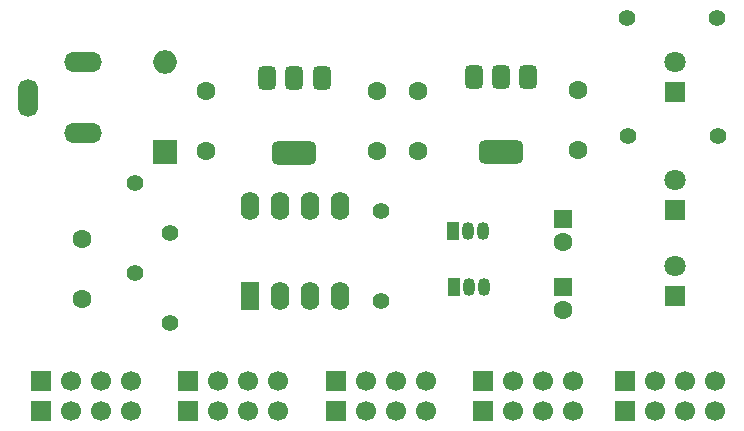
<source format=gbr>
%TF.GenerationSoftware,KiCad,Pcbnew,9.0.1*%
%TF.CreationDate,2025-08-22T12:00:28+01:00*%
%TF.ProjectId,FM_DRUM_MACHINE_POWERIN,464d5f44-5255-44d5-9f4d-414348494e45,rev?*%
%TF.SameCoordinates,Original*%
%TF.FileFunction,Soldermask,Top*%
%TF.FilePolarity,Negative*%
%FSLAX46Y46*%
G04 Gerber Fmt 4.6, Leading zero omitted, Abs format (unit mm)*
G04 Created by KiCad (PCBNEW 9.0.1) date 2025-08-22 12:00:28*
%MOMM*%
%LPD*%
G01*
G04 APERTURE LIST*
G04 Aperture macros list*
%AMRoundRect*
0 Rectangle with rounded corners*
0 $1 Rounding radius*
0 $2 $3 $4 $5 $6 $7 $8 $9 X,Y pos of 4 corners*
0 Add a 4 corners polygon primitive as box body*
4,1,4,$2,$3,$4,$5,$6,$7,$8,$9,$2,$3,0*
0 Add four circle primitives for the rounded corners*
1,1,$1+$1,$2,$3*
1,1,$1+$1,$4,$5*
1,1,$1+$1,$6,$7*
1,1,$1+$1,$8,$9*
0 Add four rect primitives between the rounded corners*
20,1,$1+$1,$2,$3,$4,$5,0*
20,1,$1+$1,$4,$5,$6,$7,0*
20,1,$1+$1,$6,$7,$8,$9,0*
20,1,$1+$1,$8,$9,$2,$3,0*%
G04 Aperture macros list end*
%ADD10C,1.397000*%
%ADD11R,1.800000X1.800000*%
%ADD12C,1.800000*%
%ADD13C,1.600000*%
%ADD14R,1.700000X1.700000*%
%ADD15C,1.700000*%
%ADD16O,3.220000X1.712000*%
%ADD17O,1.712000X3.220000*%
%ADD18R,1.050000X1.500000*%
%ADD19O,1.050000X1.500000*%
%ADD20R,1.600000X1.600000*%
%ADD21RoundRect,0.375000X-0.375000X0.625000X-0.375000X-0.625000X0.375000X-0.625000X0.375000X0.625000X0*%
%ADD22RoundRect,0.500000X-1.400000X0.500000X-1.400000X-0.500000X1.400000X-0.500000X1.400000X0.500000X0*%
%ADD23R,2.000000X2.000000*%
%ADD24O,2.000000X2.000000*%
%ADD25R,1.600000X2.400000*%
%ADD26O,1.600000X2.400000*%
G04 APERTURE END LIST*
D10*
%TO.C,R5*%
X79870000Y-34250000D03*
X72250000Y-34250000D03*
%TD*%
%TO.C,R4*%
X79810000Y-24250000D03*
X72190000Y-24250000D03*
%TD*%
D11*
%TO.C,D4*%
X76250000Y-47750000D03*
D12*
X76250000Y-45210000D03*
%TD*%
D11*
%TO.C,D3*%
X76250000Y-40500000D03*
D12*
X76250000Y-37960000D03*
%TD*%
D11*
%TO.C,D2*%
X76250000Y-30500000D03*
D12*
X76250000Y-27960000D03*
%TD*%
D13*
%TO.C,C5*%
X26000000Y-42960000D03*
X26000000Y-48040000D03*
%TD*%
D10*
%TO.C,R1*%
X30500000Y-38190000D03*
X30500000Y-45810000D03*
%TD*%
D13*
%TO.C,C4*%
X68000000Y-35450000D03*
X68000000Y-30370000D03*
%TD*%
D14*
%TO.C,J5*%
X60000000Y-54960000D03*
D15*
X62540000Y-54960000D03*
X65080000Y-54960000D03*
X67620000Y-54960000D03*
%TD*%
D16*
%TO.C,J1*%
X26125000Y-34000000D03*
X26125000Y-28000000D03*
D17*
X21425000Y-31000000D03*
%TD*%
D14*
%TO.C,J6*%
X72000000Y-54960000D03*
D15*
X74540000Y-54960000D03*
X77080000Y-54960000D03*
X79620000Y-54960000D03*
%TD*%
D13*
%TO.C,C1*%
X36500000Y-30460000D03*
X36500000Y-35540000D03*
%TD*%
D14*
%TO.C,J3*%
X35000000Y-54960000D03*
D15*
X37540000Y-54960000D03*
X40080000Y-54960000D03*
X42620000Y-54960000D03*
%TD*%
D18*
%TO.C,Q1*%
X57460000Y-42250000D03*
D19*
X58730000Y-42250000D03*
X60000000Y-42250000D03*
%TD*%
D13*
%TO.C,C2*%
X51000000Y-35500000D03*
X51000000Y-30420000D03*
%TD*%
D20*
%TO.C,C6*%
X66750000Y-41250000D03*
D13*
X66750000Y-43250000D03*
%TD*%
D14*
%TO.C,J6*%
X72000000Y-57500000D03*
D15*
X74540000Y-57500000D03*
X77080000Y-57500000D03*
X79620000Y-57500000D03*
%TD*%
D14*
%TO.C,J3*%
X35000000Y-57500000D03*
D15*
X37540000Y-57500000D03*
X40080000Y-57500000D03*
X42620000Y-57500000D03*
%TD*%
D21*
%TO.C,U2*%
X46300000Y-29350000D03*
X44000000Y-29350000D03*
D22*
X44000000Y-35650000D03*
D21*
X41700000Y-29350000D03*
%TD*%
D14*
%TO.C,J4*%
X47500000Y-57500000D03*
D15*
X50040000Y-57500000D03*
X52580000Y-57500000D03*
X55120000Y-57500000D03*
%TD*%
D13*
%TO.C,C3*%
X54500000Y-35490000D03*
X54500000Y-30410000D03*
%TD*%
D23*
%TO.C,D1*%
X33000000Y-35620000D03*
D24*
X33000000Y-28000000D03*
%TD*%
D10*
%TO.C,R2*%
X33500000Y-42455000D03*
X33500000Y-50075000D03*
%TD*%
%TO.C,R3*%
X51340000Y-48250000D03*
X51340000Y-40630000D03*
%TD*%
D14*
%TO.C,J5*%
X60000000Y-57500000D03*
D15*
X62540000Y-57500000D03*
X65080000Y-57500000D03*
X67620000Y-57500000D03*
%TD*%
D14*
%TO.C,J2*%
X22500000Y-54960000D03*
D15*
X25040000Y-54960000D03*
X27580000Y-54960000D03*
X30120000Y-54960000D03*
%TD*%
D18*
%TO.C,Q2*%
X57500000Y-47000000D03*
D19*
X58770000Y-47000000D03*
X60040000Y-47000000D03*
%TD*%
D25*
%TO.C,U1*%
X40200000Y-47825000D03*
D26*
X42740000Y-47825000D03*
X45280000Y-47825000D03*
X47820000Y-47825000D03*
X47820000Y-40205000D03*
X45280000Y-40205000D03*
X42740000Y-40205000D03*
X40200000Y-40205000D03*
%TD*%
D14*
%TO.C,J4*%
X47500000Y-54960000D03*
D15*
X50040000Y-54960000D03*
X52580000Y-54960000D03*
X55120000Y-54960000D03*
%TD*%
D21*
%TO.C,U3*%
X63800000Y-29260000D03*
X61500000Y-29260000D03*
D22*
X61500000Y-35560000D03*
D21*
X59200000Y-29260000D03*
%TD*%
D20*
%TO.C,C7*%
X66750000Y-47000000D03*
D13*
X66750000Y-49000000D03*
%TD*%
D14*
%TO.C,J2*%
X22500000Y-57500000D03*
D15*
X25040000Y-57500000D03*
X27580000Y-57500000D03*
X30120000Y-57500000D03*
%TD*%
M02*

</source>
